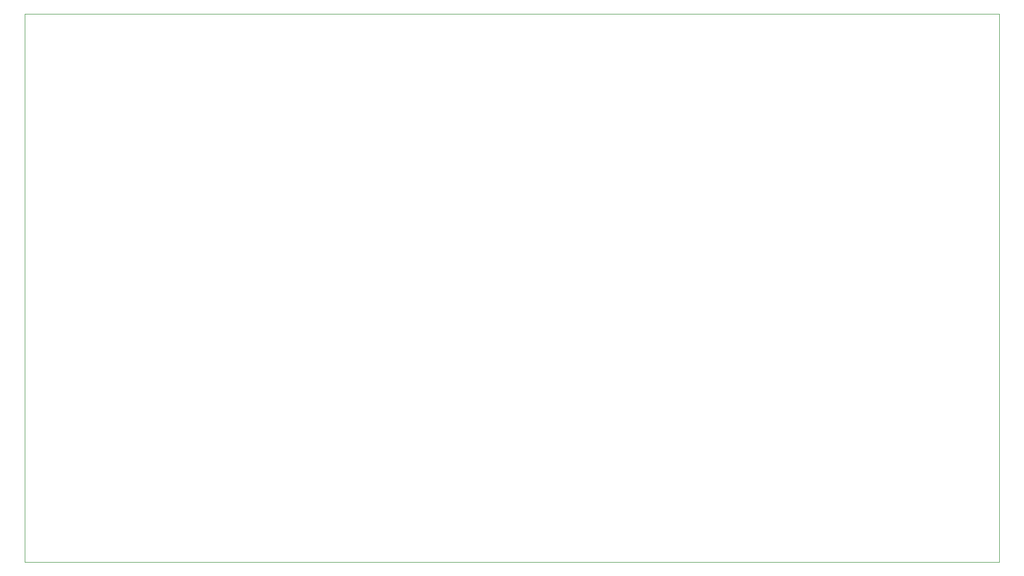
<source format=gbr>
%TF.GenerationSoftware,KiCad,Pcbnew,8.0.6*%
%TF.CreationDate,2024-12-15T12:43:40+01:00*%
%TF.ProjectId,busboard,62757362-6f61-4726-942e-6b696361645f,1.0*%
%TF.SameCoordinates,Original*%
%TF.FileFunction,Profile,NP*%
%FSLAX46Y46*%
G04 Gerber Fmt 4.6, Leading zero omitted, Abs format (unit mm)*
G04 Created by KiCad (PCBNEW 8.0.6) date 2024-12-15 12:43:40*
%MOMM*%
%LPD*%
G01*
G04 APERTURE LIST*
%TA.AperFunction,Profile*%
%ADD10C,0.050000*%
%TD*%
G04 APERTURE END LIST*
D10*
X81800000Y-33000000D02*
X241800000Y-33000000D01*
X241800000Y-123000000D01*
X81800000Y-123000000D01*
X81800000Y-33000000D01*
M02*

</source>
